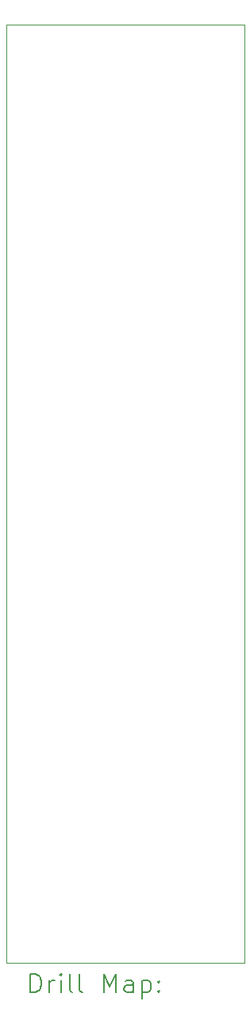
<source format=gbr>
%TF.GenerationSoftware,KiCad,Pcbnew,8.0.4-8.0.4-0~ubuntu22.04.1*%
%TF.CreationDate,2024-07-28T19:50:54+02:00*%
%TF.ProjectId,VoltageProcessor,566f6c74-6167-4655-9072-6f636573736f,0.1*%
%TF.SameCoordinates,Original*%
%TF.FileFunction,Drillmap*%
%TF.FilePolarity,Positive*%
%FSLAX45Y45*%
G04 Gerber Fmt 4.5, Leading zero omitted, Abs format (unit mm)*
G04 Created by KiCad (PCBNEW 8.0.4-8.0.4-0~ubuntu22.04.1) date 2024-07-28 19:50:54*
%MOMM*%
%LPD*%
G01*
G04 APERTURE LIST*
%ADD10C,0.050000*%
%ADD11C,0.200000*%
G04 APERTURE END LIST*
D10*
X12020000Y-15675000D02*
X9480000Y-15675000D01*
X12020000Y-5675000D02*
X12020000Y-15675000D01*
X9480000Y-5675000D02*
X12020000Y-5675000D01*
X9480000Y-15675000D02*
X9480000Y-5675000D01*
D11*
X9738277Y-15988984D02*
X9738277Y-15788984D01*
X9738277Y-15788984D02*
X9785896Y-15788984D01*
X9785896Y-15788984D02*
X9814467Y-15798508D01*
X9814467Y-15798508D02*
X9833515Y-15817555D01*
X9833515Y-15817555D02*
X9843039Y-15836603D01*
X9843039Y-15836603D02*
X9852563Y-15874698D01*
X9852563Y-15874698D02*
X9852563Y-15903269D01*
X9852563Y-15903269D02*
X9843039Y-15941365D01*
X9843039Y-15941365D02*
X9833515Y-15960412D01*
X9833515Y-15960412D02*
X9814467Y-15979460D01*
X9814467Y-15979460D02*
X9785896Y-15988984D01*
X9785896Y-15988984D02*
X9738277Y-15988984D01*
X9938277Y-15988984D02*
X9938277Y-15855650D01*
X9938277Y-15893746D02*
X9947801Y-15874698D01*
X9947801Y-15874698D02*
X9957324Y-15865174D01*
X9957324Y-15865174D02*
X9976372Y-15855650D01*
X9976372Y-15855650D02*
X9995420Y-15855650D01*
X10062086Y-15988984D02*
X10062086Y-15855650D01*
X10062086Y-15788984D02*
X10052563Y-15798508D01*
X10052563Y-15798508D02*
X10062086Y-15808031D01*
X10062086Y-15808031D02*
X10071610Y-15798508D01*
X10071610Y-15798508D02*
X10062086Y-15788984D01*
X10062086Y-15788984D02*
X10062086Y-15808031D01*
X10185896Y-15988984D02*
X10166848Y-15979460D01*
X10166848Y-15979460D02*
X10157324Y-15960412D01*
X10157324Y-15960412D02*
X10157324Y-15788984D01*
X10290658Y-15988984D02*
X10271610Y-15979460D01*
X10271610Y-15979460D02*
X10262086Y-15960412D01*
X10262086Y-15960412D02*
X10262086Y-15788984D01*
X10519229Y-15988984D02*
X10519229Y-15788984D01*
X10519229Y-15788984D02*
X10585896Y-15931841D01*
X10585896Y-15931841D02*
X10652563Y-15788984D01*
X10652563Y-15788984D02*
X10652563Y-15988984D01*
X10833515Y-15988984D02*
X10833515Y-15884222D01*
X10833515Y-15884222D02*
X10823991Y-15865174D01*
X10823991Y-15865174D02*
X10804944Y-15855650D01*
X10804944Y-15855650D02*
X10766848Y-15855650D01*
X10766848Y-15855650D02*
X10747801Y-15865174D01*
X10833515Y-15979460D02*
X10814467Y-15988984D01*
X10814467Y-15988984D02*
X10766848Y-15988984D01*
X10766848Y-15988984D02*
X10747801Y-15979460D01*
X10747801Y-15979460D02*
X10738277Y-15960412D01*
X10738277Y-15960412D02*
X10738277Y-15941365D01*
X10738277Y-15941365D02*
X10747801Y-15922317D01*
X10747801Y-15922317D02*
X10766848Y-15912793D01*
X10766848Y-15912793D02*
X10814467Y-15912793D01*
X10814467Y-15912793D02*
X10833515Y-15903269D01*
X10928753Y-15855650D02*
X10928753Y-16055650D01*
X10928753Y-15865174D02*
X10947801Y-15855650D01*
X10947801Y-15855650D02*
X10985896Y-15855650D01*
X10985896Y-15855650D02*
X11004944Y-15865174D01*
X11004944Y-15865174D02*
X11014467Y-15874698D01*
X11014467Y-15874698D02*
X11023991Y-15893746D01*
X11023991Y-15893746D02*
X11023991Y-15950888D01*
X11023991Y-15950888D02*
X11014467Y-15969936D01*
X11014467Y-15969936D02*
X11004944Y-15979460D01*
X11004944Y-15979460D02*
X10985896Y-15988984D01*
X10985896Y-15988984D02*
X10947801Y-15988984D01*
X10947801Y-15988984D02*
X10928753Y-15979460D01*
X11109705Y-15969936D02*
X11119229Y-15979460D01*
X11119229Y-15979460D02*
X11109705Y-15988984D01*
X11109705Y-15988984D02*
X11100182Y-15979460D01*
X11100182Y-15979460D02*
X11109705Y-15969936D01*
X11109705Y-15969936D02*
X11109705Y-15988984D01*
X11109705Y-15865174D02*
X11119229Y-15874698D01*
X11119229Y-15874698D02*
X11109705Y-15884222D01*
X11109705Y-15884222D02*
X11100182Y-15874698D01*
X11100182Y-15874698D02*
X11109705Y-15865174D01*
X11109705Y-15865174D02*
X11109705Y-15884222D01*
M02*

</source>
